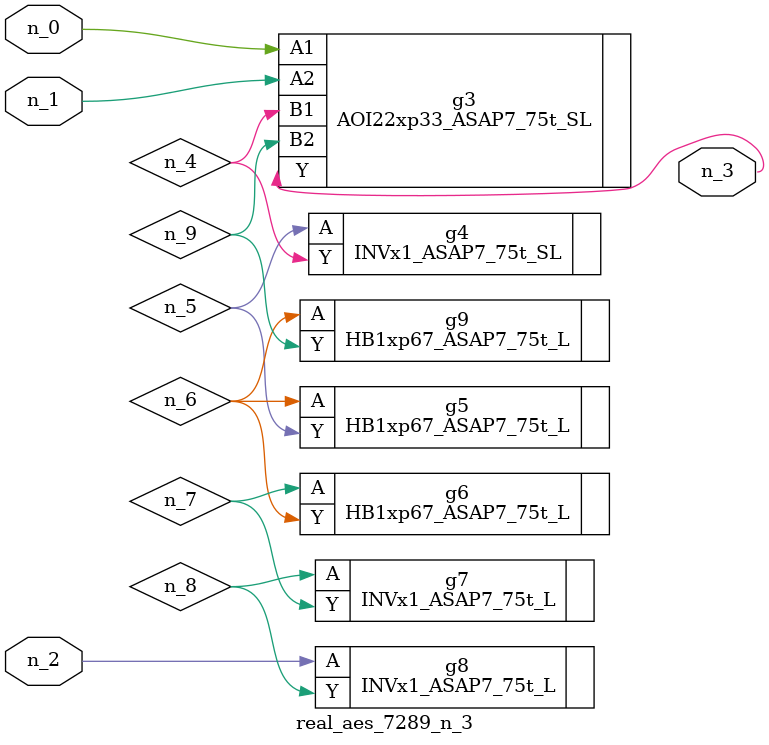
<source format=v>
module real_aes_7289_n_3 (n_0, n_2, n_1, n_3);
input n_0;
input n_2;
input n_1;
output n_3;
wire n_4;
wire n_5;
wire n_7;
wire n_9;
wire n_6;
wire n_8;
AOI22xp33_ASAP7_75t_SL g3 ( .A1(n_0), .A2(n_1), .B1(n_4), .B2(n_9), .Y(n_3) );
INVx1_ASAP7_75t_L g8 ( .A(n_2), .Y(n_8) );
INVx1_ASAP7_75t_SL g4 ( .A(n_5), .Y(n_4) );
HB1xp67_ASAP7_75t_L g5 ( .A(n_6), .Y(n_5) );
HB1xp67_ASAP7_75t_L g9 ( .A(n_6), .Y(n_9) );
HB1xp67_ASAP7_75t_L g6 ( .A(n_7), .Y(n_6) );
INVx1_ASAP7_75t_L g7 ( .A(n_8), .Y(n_7) );
endmodule
</source>
